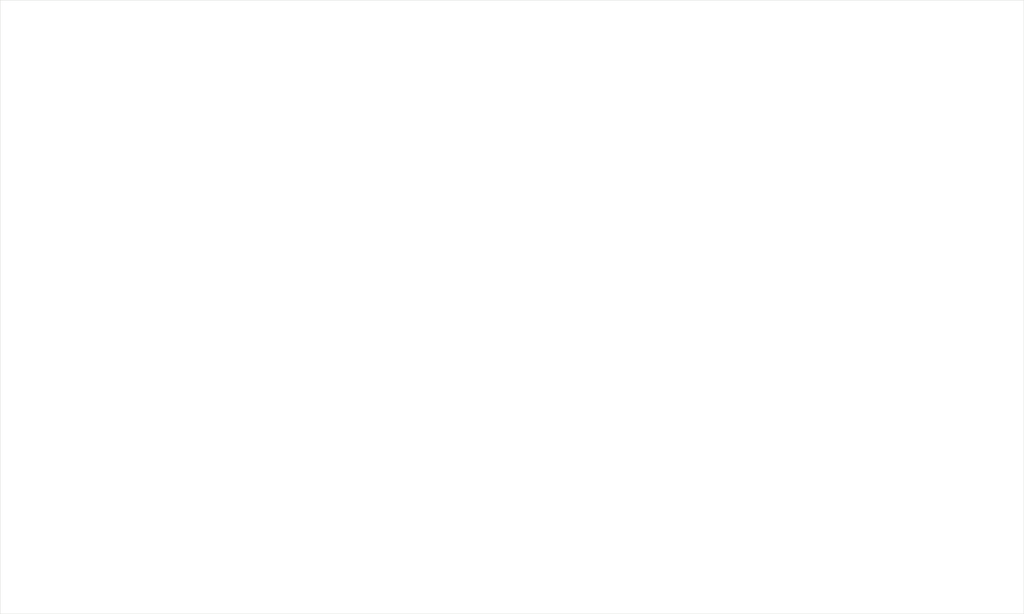
<source format=kicad_pcb>
(kicad_pcb
	(version 20241229)
	(generator "pcbnew")
	(generator_version "9.0")
	(general
		(thickness 1.6)
		(legacy_teardrops no)
	)
	(paper "A4")
	(layers
		(0 "F.Cu" signal)
		(2 "B.Cu" signal)
		(9 "F.Adhes" user "F.Adhesive")
		(11 "B.Adhes" user "B.Adhesive")
		(13 "F.Paste" user)
		(15 "B.Paste" user)
		(5 "F.SilkS" user "F.Silkscreen")
		(7 "B.SilkS" user "B.Silkscreen")
		(1 "F.Mask" user)
		(3 "B.Mask" user)
		(17 "Dwgs.User" user "User.Drawings")
		(19 "Cmts.User" user "User.Comments")
		(21 "Eco1.User" user "User.Eco1")
		(23 "Eco2.User" user "User.Eco2")
		(25 "Edge.Cuts" user)
		(27 "Margin" user)
		(31 "F.CrtYd" user "F.Courtyard")
		(29 "B.CrtYd" user "B.Courtyard")
		(35 "F.Fab" user)
		(33 "B.Fab" user)
		(39 "User.1" user)
		(41 "User.2" user)
		(43 "User.3" user)
		(45 "User.4" user)
	)
	(setup
		(pad_to_mask_clearance 0)
		(allow_soldermask_bridges_in_footprints no)
		(tenting front back)
		(pcbplotparams
			(layerselection 0x00000000_00000000_55555555_5755f5ff)
			(plot_on_all_layers_selection 0x00000000_00000000_00000000_00000000)
			(disableapertmacros no)
			(usegerberextensions no)
			(usegerberattributes yes)
			(usegerberadvancedattributes yes)
			(creategerberjobfile yes)
			(dashed_line_dash_ratio 12.000000)
			(dashed_line_gap_ratio 3.000000)
			(svgprecision 4)
			(plotframeref no)
			(mode 1)
			(useauxorigin no)
			(hpglpennumber 1)
			(hpglpenspeed 20)
			(hpglpendiameter 15.000000)
			(pdf_front_fp_property_popups yes)
			(pdf_back_fp_property_popups yes)
			(pdf_metadata yes)
			(pdf_single_document no)
			(dxfpolygonmode yes)
			(dxfimperialunits yes)
			(dxfusepcbnewfont yes)
			(psnegative no)
			(psa4output no)
			(plot_black_and_white yes)
			(plotinvisibletext no)
			(sketchpadsonfab no)
			(plotpadnumbers no)
			(hidednponfab no)
			(sketchdnponfab yes)
			(crossoutdnponfab yes)
			(subtractmaskfromsilk no)
			(outputformat 1)
			(mirror no)
			(drillshape 1)
			(scaleselection 1)
			(outputdirectory "")
		)
	)
	(net 0 "")
	(gr_line
		(start 222.008999 38.1)
		(end 222.008999 128.1)
		(stroke
			(width 0.05)
			(type solid)
		)
		(layer "Edge.Cuts")
		(uuid "48d2a62b-2b3a-460b-ae45-923a103046bb")
	)
	(gr_line
		(start 72.009 38.1)
		(end 222.008999 38.1)
		(stroke
			(width 0.05)
			(type solid)
		)
		(layer "Edge.Cuts")
		(uuid "7ba27e04-c27c-449b-bd56-1c97196dc865")
	)
	(gr_line
		(start 72.009 128.1)
		(end 222.008999 128.1)
		(stroke
			(width 0.05)
			(type solid)
		)
		(layer "Edge.Cuts")
		(uuid "e69674ee-13fb-44f1-82ba-5a4cbcecfe6e")
	)
	(gr_line
		(start 72.009 38.1)
		(end 72.009 128.1)
		(stroke
			(width 0.05)
			(type solid)
		)
		(layer "Edge.Cuts")
		(uuid "f06d4acc-713f-4c2b-a66a-94d09740d5d2")
	)
	(embedded_fonts no)
)

</source>
